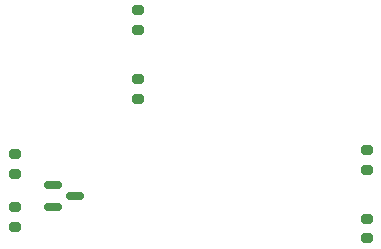
<source format=gtp>
G04 #@! TF.GenerationSoftware,KiCad,Pcbnew,(6.0.10)*
G04 #@! TF.CreationDate,2023-07-26T20:27:47-04:00*
G04 #@! TF.ProjectId,reader-daughter,72656164-6572-42d6-9461-756768746572,rev?*
G04 #@! TF.SameCoordinates,Original*
G04 #@! TF.FileFunction,Paste,Top*
G04 #@! TF.FilePolarity,Positive*
%FSLAX46Y46*%
G04 Gerber Fmt 4.6, Leading zero omitted, Abs format (unit mm)*
G04 Created by KiCad (PCBNEW (6.0.10)) date 2023-07-26 20:27:47*
%MOMM*%
%LPD*%
G01*
G04 APERTURE LIST*
G04 Aperture macros list*
%AMRoundRect*
0 Rectangle with rounded corners*
0 $1 Rounding radius*
0 $2 $3 $4 $5 $6 $7 $8 $9 X,Y pos of 4 corners*
0 Add a 4 corners polygon primitive as box body*
4,1,4,$2,$3,$4,$5,$6,$7,$8,$9,$2,$3,0*
0 Add four circle primitives for the rounded corners*
1,1,$1+$1,$2,$3*
1,1,$1+$1,$4,$5*
1,1,$1+$1,$6,$7*
1,1,$1+$1,$8,$9*
0 Add four rect primitives between the rounded corners*
20,1,$1+$1,$2,$3,$4,$5,0*
20,1,$1+$1,$4,$5,$6,$7,0*
20,1,$1+$1,$6,$7,$8,$9,0*
20,1,$1+$1,$8,$9,$2,$3,0*%
G04 Aperture macros list end*
%ADD10RoundRect,0.200000X-0.275000X0.200000X-0.275000X-0.200000X0.275000X-0.200000X0.275000X0.200000X0*%
%ADD11RoundRect,0.200000X0.275000X-0.200000X0.275000X0.200000X-0.275000X0.200000X-0.275000X-0.200000X0*%
%ADD12RoundRect,0.150000X-0.587500X-0.150000X0.587500X-0.150000X0.587500X0.150000X-0.587500X0.150000X0*%
G04 APERTURE END LIST*
D10*
X129438400Y-80949800D03*
X129438400Y-82599800D03*
D11*
X118973600Y-93446600D03*
X118973600Y-91796600D03*
X148800000Y-94425000D03*
X148800000Y-92775000D03*
D12*
X122227100Y-89893600D03*
X122227100Y-91793600D03*
X124102100Y-90843600D03*
D11*
X129438400Y-76783200D03*
X129438400Y-75133200D03*
D10*
X148800000Y-86975000D03*
X148800000Y-88625000D03*
X118973600Y-87300800D03*
X118973600Y-88950800D03*
M02*

</source>
